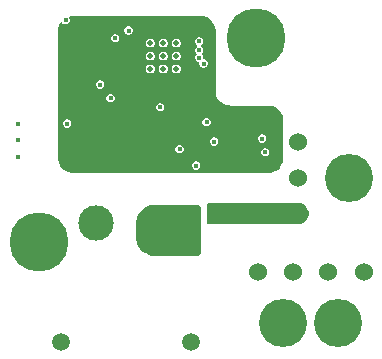
<source format=gbl>
G04*
G04 #@! TF.GenerationSoftware,Altium Limited,Altium Designer,22.0.2 (36)*
G04*
G04 Layer_Physical_Order=4*
G04 Layer_Color=16711680*
%FSLAX25Y25*%
%MOIN*%
G70*
G04*
G04 #@! TF.SameCoordinates,CF928A09-1532-4027-B1E1-A307E99A3D78*
G04*
G04*
G04 #@! TF.FilePolarity,Positive*
G04*
G01*
G75*
%ADD43C,0.11811*%
%ADD44C,0.05906*%
%ADD45C,0.16000*%
%ADD46C,0.06000*%
%ADD47C,0.19685*%
%ADD48C,0.01968*%
%ADD49C,0.01772*%
%ADD50C,0.02362*%
G36*
X67604Y-5211D02*
X68605Y-5626D01*
X69506Y-6228D01*
X70272Y-6994D01*
X70874Y-7895D01*
X71289Y-8896D01*
X71500Y-9958D01*
Y-10500D01*
Y-30000D01*
X71524Y-30490D01*
X71715Y-31451D01*
X72090Y-32357D01*
X72635Y-33172D01*
X73328Y-33865D01*
X74143Y-34410D01*
X75049Y-34785D01*
X76010Y-34976D01*
X76500Y-35000D01*
X89492D01*
X90458Y-35192D01*
X91368Y-35569D01*
X92187Y-36116D01*
X92884Y-36813D01*
X93431Y-37632D01*
X93808Y-38542D01*
X94000Y-39507D01*
Y-40000D01*
Y-52992D01*
X93808Y-53958D01*
X93431Y-54868D01*
X92884Y-55687D01*
X92187Y-56384D01*
X91368Y-56931D01*
X90458Y-57308D01*
X89492Y-57500D01*
X23507D01*
X22542Y-57308D01*
X21632Y-56931D01*
X20813Y-56384D01*
X20116Y-55687D01*
X19569Y-54868D01*
X19192Y-53958D01*
X19000Y-52992D01*
Y-52500D01*
Y-10000D01*
Y-9508D01*
X19192Y-8542D01*
X19569Y-7632D01*
X19790Y-7300D01*
X20219Y-7288D01*
X20371Y-7331D01*
X20715Y-7675D01*
X21224Y-7886D01*
X21776D01*
X22285Y-7675D01*
X22675Y-7285D01*
X22886Y-6776D01*
Y-6224D01*
X22675Y-5715D01*
X22649Y-5689D01*
X22645Y-5672D01*
X22806Y-5139D01*
X23507Y-5000D01*
X66542D01*
X67604Y-5211D01*
D02*
G37*
G36*
X66066Y-68152D02*
X66348Y-68434D01*
X66500Y-68801D01*
Y-69000D01*
Y-84000D01*
Y-84199D01*
X66348Y-84566D01*
X66066Y-84848D01*
X65699Y-85000D01*
X51000D01*
X50409Y-85000D01*
X49250Y-84769D01*
X48158Y-84317D01*
X47175Y-83661D01*
X46339Y-82825D01*
X45683Y-81842D01*
X45231Y-80750D01*
X45000Y-79591D01*
X45000Y-79000D01*
Y-79000D01*
Y-74500D01*
X45000Y-73860D01*
X45250Y-72604D01*
X45740Y-71421D01*
X46451Y-70357D01*
X47357Y-69451D01*
X48421Y-68740D01*
X49604Y-68250D01*
X50860Y-68000D01*
X51500Y-68000D01*
X51500Y-68000D01*
X65699D01*
X66066Y-68152D01*
D02*
G37*
G36*
X99000Y-67500D02*
X99345D01*
X100021Y-67634D01*
X100658Y-67898D01*
X101231Y-68281D01*
X101719Y-68769D01*
X102102Y-69342D01*
X102366Y-69979D01*
X102500Y-70655D01*
Y-71000D01*
Y-71345D01*
X102366Y-72021D01*
X102102Y-72658D01*
X101719Y-73231D01*
X101231Y-73719D01*
X100658Y-74102D01*
X100021Y-74366D01*
X99345Y-74500D01*
X99000D01*
X69500Y-74500D01*
X69301D01*
X68933Y-74348D01*
X68652Y-74067D01*
X68500Y-73699D01*
Y-73500D01*
Y-68500D01*
Y-68301D01*
X68652Y-67934D01*
X68933Y-67652D01*
X69301Y-67500D01*
X99000D01*
Y-67500D01*
D02*
G37*
%LPC*%
G36*
X42776Y-8614D02*
X42224D01*
X41715Y-8825D01*
X41325Y-9215D01*
X41114Y-9724D01*
Y-10276D01*
X41325Y-10785D01*
X41715Y-11175D01*
X42224Y-11386D01*
X42776D01*
X43285Y-11175D01*
X43675Y-10785D01*
X43886Y-10276D01*
Y-9724D01*
X43675Y-9215D01*
X43285Y-8825D01*
X42776Y-8614D01*
D02*
G37*
G36*
X38276Y-11114D02*
X37724D01*
X37215Y-11325D01*
X36825Y-11715D01*
X36614Y-12224D01*
Y-12776D01*
X36825Y-13285D01*
X37215Y-13675D01*
X37724Y-13886D01*
X38276D01*
X38785Y-13675D01*
X39175Y-13285D01*
X39386Y-12776D01*
Y-12224D01*
X39175Y-11715D01*
X38785Y-11325D01*
X38276Y-11114D01*
D02*
G37*
G36*
X58626Y-12685D02*
X58035D01*
X57490Y-12911D01*
X57072Y-13329D01*
X56846Y-13874D01*
Y-14465D01*
X57072Y-15010D01*
X57490Y-15428D01*
X58035Y-15653D01*
X58626D01*
X59171Y-15428D01*
X59589Y-15010D01*
X59815Y-14465D01*
Y-13874D01*
X59589Y-13329D01*
X59171Y-12911D01*
X58626Y-12685D01*
D02*
G37*
G36*
X54295D02*
X53705D01*
X53159Y-12911D01*
X52742Y-13329D01*
X52516Y-13874D01*
Y-14465D01*
X52742Y-15010D01*
X53159Y-15428D01*
X53705Y-15653D01*
X54295D01*
X54841Y-15428D01*
X55258Y-15010D01*
X55484Y-14465D01*
Y-13874D01*
X55258Y-13329D01*
X54841Y-12911D01*
X54295Y-12685D01*
D02*
G37*
G36*
X49964D02*
X49374D01*
X48829Y-12911D01*
X48411Y-13329D01*
X48185Y-13874D01*
Y-14465D01*
X48411Y-15010D01*
X48829Y-15428D01*
X49374Y-15653D01*
X49964D01*
X50510Y-15428D01*
X50928Y-15010D01*
X51153Y-14465D01*
Y-13874D01*
X50928Y-13329D01*
X50510Y-12911D01*
X49964Y-12685D01*
D02*
G37*
G36*
X58626Y-17016D02*
X58035D01*
X57490Y-17242D01*
X57072Y-17659D01*
X56846Y-18205D01*
Y-18795D01*
X57072Y-19341D01*
X57490Y-19758D01*
X58035Y-19984D01*
X58626D01*
X59171Y-19758D01*
X59589Y-19341D01*
X59815Y-18795D01*
Y-18205D01*
X59589Y-17659D01*
X59171Y-17242D01*
X58626Y-17016D01*
D02*
G37*
G36*
X54295D02*
X53705D01*
X53159Y-17242D01*
X52742Y-17659D01*
X52516Y-18205D01*
Y-18795D01*
X52742Y-19341D01*
X53159Y-19758D01*
X53705Y-19984D01*
X54295D01*
X54841Y-19758D01*
X55258Y-19341D01*
X55484Y-18795D01*
Y-18205D01*
X55258Y-17659D01*
X54841Y-17242D01*
X54295Y-17016D01*
D02*
G37*
G36*
X49964D02*
X49374D01*
X48829Y-17242D01*
X48411Y-17659D01*
X48185Y-18205D01*
Y-18795D01*
X48411Y-19341D01*
X48829Y-19758D01*
X49374Y-19984D01*
X49964D01*
X50510Y-19758D01*
X50928Y-19341D01*
X51153Y-18795D01*
Y-18205D01*
X50928Y-17659D01*
X50510Y-17242D01*
X49964Y-17016D01*
D02*
G37*
G36*
X66276Y-12193D02*
X65724D01*
X65215Y-12404D01*
X64825Y-12794D01*
X64614Y-13303D01*
Y-13854D01*
X64825Y-14364D01*
X65215Y-14754D01*
X65252Y-14769D01*
Y-15310D01*
X65215Y-15325D01*
X64825Y-15715D01*
X64614Y-16224D01*
Y-16776D01*
X64825Y-17285D01*
X64964Y-17423D01*
X65168Y-17750D01*
X64964Y-18077D01*
X64825Y-18215D01*
X64614Y-18724D01*
Y-19276D01*
X64825Y-19785D01*
X65215Y-20175D01*
X65724Y-20386D01*
X65888D01*
X66114Y-20724D01*
Y-21276D01*
X66325Y-21785D01*
X66715Y-22175D01*
X67224Y-22386D01*
X67776D01*
X68285Y-22175D01*
X68675Y-21785D01*
X68886Y-21276D01*
Y-20724D01*
X68675Y-20215D01*
X68285Y-19825D01*
X67776Y-19614D01*
X67612D01*
X67386Y-19276D01*
Y-18724D01*
X67175Y-18215D01*
X67036Y-18077D01*
X66832Y-17750D01*
X67036Y-17423D01*
X67175Y-17285D01*
X67386Y-16776D01*
Y-16224D01*
X67175Y-15715D01*
X66785Y-15325D01*
X66748Y-15310D01*
Y-14769D01*
X66785Y-14754D01*
X67175Y-14364D01*
X67386Y-13854D01*
Y-13303D01*
X67175Y-12794D01*
X66785Y-12404D01*
X66276Y-12193D01*
D02*
G37*
G36*
X58626Y-21347D02*
X58035D01*
X57490Y-21572D01*
X57072Y-21990D01*
X56846Y-22535D01*
Y-23126D01*
X57072Y-23672D01*
X57490Y-24089D01*
X58035Y-24315D01*
X58626D01*
X59171Y-24089D01*
X59589Y-23672D01*
X59815Y-23126D01*
Y-22535D01*
X59589Y-21990D01*
X59171Y-21572D01*
X58626Y-21347D01*
D02*
G37*
G36*
X54295D02*
X53705D01*
X53159Y-21572D01*
X52742Y-21990D01*
X52516Y-22535D01*
Y-23126D01*
X52742Y-23672D01*
X53159Y-24089D01*
X53705Y-24315D01*
X54295D01*
X54841Y-24089D01*
X55258Y-23672D01*
X55484Y-23126D01*
Y-22535D01*
X55258Y-21990D01*
X54841Y-21572D01*
X54295Y-21347D01*
D02*
G37*
G36*
X49964D02*
X49374D01*
X48829Y-21572D01*
X48411Y-21990D01*
X48185Y-22535D01*
Y-23126D01*
X48411Y-23672D01*
X48829Y-24089D01*
X49374Y-24315D01*
X49964D01*
X50510Y-24089D01*
X50928Y-23672D01*
X51153Y-23126D01*
Y-22535D01*
X50928Y-21990D01*
X50510Y-21572D01*
X49964Y-21347D01*
D02*
G37*
G36*
X33276Y-26614D02*
X32724D01*
X32215Y-26825D01*
X31825Y-27215D01*
X31614Y-27724D01*
Y-28276D01*
X31825Y-28785D01*
X32215Y-29175D01*
X32724Y-29386D01*
X33276D01*
X33785Y-29175D01*
X34175Y-28785D01*
X34386Y-28276D01*
Y-27724D01*
X34175Y-27215D01*
X33785Y-26825D01*
X33276Y-26614D01*
D02*
G37*
G36*
X36776Y-31114D02*
X36224D01*
X35715Y-31325D01*
X35325Y-31715D01*
X35114Y-32224D01*
Y-32776D01*
X35325Y-33285D01*
X35715Y-33675D01*
X36224Y-33886D01*
X36776D01*
X37285Y-33675D01*
X37675Y-33285D01*
X37886Y-32776D01*
Y-32224D01*
X37675Y-31715D01*
X37285Y-31325D01*
X36776Y-31114D01*
D02*
G37*
G36*
X53276Y-34114D02*
X52724D01*
X52215Y-34325D01*
X51825Y-34715D01*
X51614Y-35224D01*
Y-35776D01*
X51825Y-36285D01*
X52215Y-36675D01*
X52724Y-36886D01*
X53276D01*
X53785Y-36675D01*
X54175Y-36285D01*
X54386Y-35776D01*
Y-35224D01*
X54175Y-34715D01*
X53785Y-34325D01*
X53276Y-34114D01*
D02*
G37*
G36*
X68776Y-39114D02*
X68224D01*
X67715Y-39325D01*
X67325Y-39715D01*
X67114Y-40224D01*
Y-40776D01*
X67325Y-41285D01*
X67715Y-41675D01*
X68224Y-41886D01*
X68776D01*
X69285Y-41675D01*
X69675Y-41285D01*
X69886Y-40776D01*
Y-40224D01*
X69675Y-39715D01*
X69285Y-39325D01*
X68776Y-39114D01*
D02*
G37*
G36*
X22276Y-39614D02*
X21724D01*
X21215Y-39825D01*
X20825Y-40215D01*
X20614Y-40724D01*
Y-41276D01*
X20825Y-41785D01*
X21215Y-42175D01*
X21724Y-42386D01*
X22276D01*
X22785Y-42175D01*
X23175Y-41785D01*
X23386Y-41276D01*
Y-40724D01*
X23175Y-40215D01*
X22785Y-39825D01*
X22276Y-39614D01*
D02*
G37*
G36*
X87276Y-44614D02*
X86724D01*
X86215Y-44825D01*
X85825Y-45215D01*
X85614Y-45724D01*
Y-46276D01*
X85825Y-46785D01*
X86215Y-47175D01*
X86724Y-47386D01*
X87276D01*
X87785Y-47175D01*
X88175Y-46785D01*
X88386Y-46276D01*
Y-45724D01*
X88175Y-45215D01*
X87785Y-44825D01*
X87276Y-44614D01*
D02*
G37*
G36*
X71276Y-45614D02*
X70724D01*
X70215Y-45825D01*
X69825Y-46215D01*
X69614Y-46724D01*
Y-47276D01*
X69825Y-47785D01*
X70215Y-48175D01*
X70724Y-48386D01*
X71276D01*
X71785Y-48175D01*
X72175Y-47785D01*
X72386Y-47276D01*
Y-46724D01*
X72175Y-46215D01*
X71785Y-45825D01*
X71276Y-45614D01*
D02*
G37*
G36*
X59776Y-48114D02*
X59224D01*
X58715Y-48325D01*
X58325Y-48715D01*
X58114Y-49224D01*
Y-49776D01*
X58325Y-50285D01*
X58715Y-50675D01*
X59224Y-50886D01*
X59776D01*
X60285Y-50675D01*
X60675Y-50285D01*
X60886Y-49776D01*
Y-49224D01*
X60675Y-48715D01*
X60285Y-48325D01*
X59776Y-48114D01*
D02*
G37*
G36*
X88276Y-49114D02*
X87724D01*
X87215Y-49325D01*
X86825Y-49715D01*
X86614Y-50224D01*
Y-50776D01*
X86825Y-51285D01*
X87215Y-51675D01*
X87724Y-51886D01*
X88276D01*
X88785Y-51675D01*
X89175Y-51285D01*
X89386Y-50776D01*
Y-50224D01*
X89175Y-49715D01*
X88785Y-49325D01*
X88276Y-49114D01*
D02*
G37*
G36*
X65276Y-53614D02*
X64724D01*
X64215Y-53825D01*
X63825Y-54215D01*
X63614Y-54724D01*
Y-55276D01*
X63825Y-55785D01*
X64215Y-56175D01*
X64724Y-56386D01*
X65276D01*
X65785Y-56175D01*
X66175Y-55785D01*
X66386Y-55276D01*
Y-54724D01*
X66175Y-54215D01*
X65785Y-53825D01*
X65276Y-53614D01*
D02*
G37*
%LPD*%
D43*
X31657Y-74315D02*
D03*
X51342D02*
D03*
D44*
X63153Y-113685D02*
D03*
X19847D02*
D03*
D45*
X116000Y-59000D02*
D03*
X93950Y-107500D02*
D03*
X112450D02*
D03*
D46*
X99000Y-70800D02*
D03*
Y-59000D02*
D03*
Y-47200D02*
D03*
X85500Y-90500D02*
D03*
X97300D02*
D03*
X109100D02*
D03*
X120900D02*
D03*
D47*
X85000Y-12500D02*
D03*
X12500Y-80500D02*
D03*
D48*
X49669Y-22831D02*
D03*
Y-18500D02*
D03*
Y-14169D02*
D03*
X54000Y-22831D02*
D03*
Y-18500D02*
D03*
Y-14169D02*
D03*
X58331Y-22831D02*
D03*
Y-18500D02*
D03*
Y-14169D02*
D03*
D49*
X65000Y-55000D02*
D03*
X53000Y-35500D02*
D03*
X21500Y-6500D02*
D03*
X26500D02*
D03*
X59500Y-49500D02*
D03*
X33000Y-28000D02*
D03*
X36500Y-32500D02*
D03*
X67500Y-21000D02*
D03*
X66000Y-19000D02*
D03*
Y-16500D02*
D03*
Y-13579D02*
D03*
X35681Y-17575D02*
D03*
X68819Y-26575D02*
D03*
X42500Y-10000D02*
D03*
X38000Y-12500D02*
D03*
X22000Y-41000D02*
D03*
X5500D02*
D03*
Y-46500D02*
D03*
Y-52000D02*
D03*
X68500Y-40500D02*
D03*
X22000Y-52000D02*
D03*
X71000Y-47000D02*
D03*
X88000Y-50500D02*
D03*
X87000Y-46000D02*
D03*
D50*
X64500Y-76000D02*
D03*
X57500Y-83000D02*
D03*
X61000D02*
D03*
Y-79500D02*
D03*
X64500D02*
D03*
Y-83000D02*
D03*
X85000Y-71500D02*
D03*
X76500D02*
D03*
X90500Y-40500D02*
D03*
M02*

</source>
